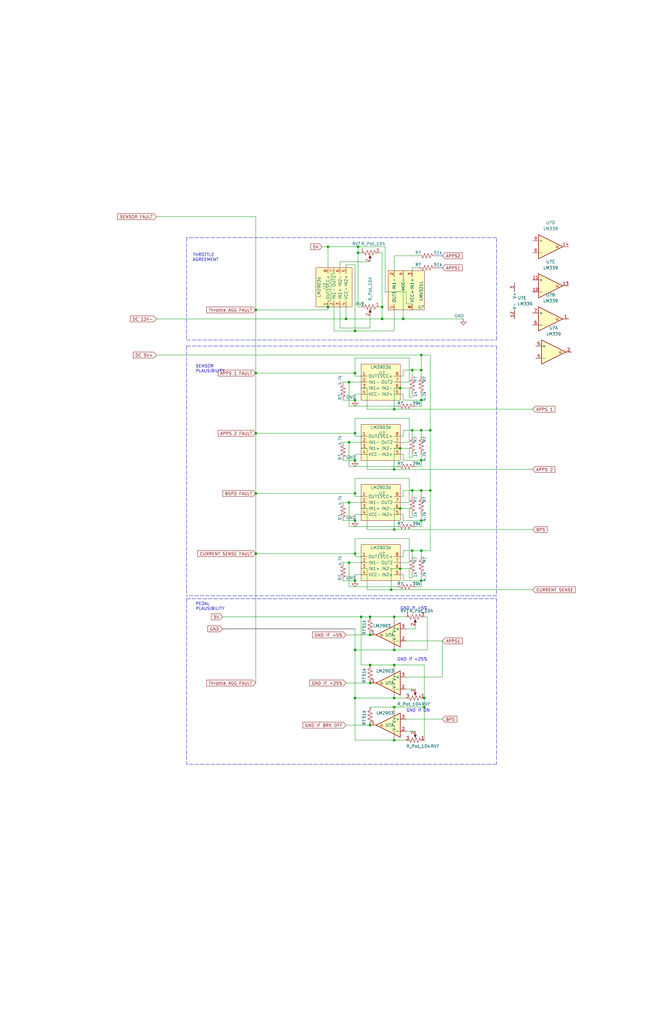
<source format=kicad_sch>
(kicad_sch (version 20211123) (generator eeschema)
  (paper "B" portrait)
  (lib_symbols
    (symbol "Comparator:LM339" (pin_names (offset 0.127))
      (property "Reference" "U" (at 0 5.08 0))
      (property "Value" "LM339" (at 0 -5.08 0))
      (symbol "LM339_1_1"
        (polyline (pts (xy -5.08 5.08) (xy 5.08 0) (xy -5.08 -5.08) (xy -5.08 5.08)) (stroke (width 0.254)) (fill (type background)))
        (polyline (pts (xy 3.302 -0.508) (xy 2.794 -0.508) (xy 3.302 0) (xy 2.794 0.508) (xy 2.286 0) (xy 2.794 -0.508) (xy 2.286 -0.508)) (stroke (width 0.127)))
        (pin open_collector line (at 7.62 0 180) (length 2.54) (name "~") (number "2"))
        (pin input line (at -7.62 -2.54 0) (length 2.54) (name "-") (number "4"))
        (pin input line (at -7.62 2.54 0) (length 2.54) (name "+") (number "5"))
      )
      (symbol "LM339_2_1"
        (polyline (pts (xy -5.08 5.08) (xy 5.08 0) (xy -5.08 -5.08) (xy -5.08 5.08)) (stroke (width 0.254)) (fill (type background)))
        (polyline (pts (xy 3.302 -0.508) (xy 2.794 -0.508) (xy 3.302 0) (xy 2.794 0.508) (xy 2.286 0) (xy 2.794 -0.508) (xy 2.286 -0.508)) (stroke (width 0.127)))
        (pin open_collector line (at 7.62 0 180) (length 2.54) (name "~") (number "1"))
        (pin input line (at -7.62 -2.54 0) (length 2.54) (name "-") (number "6"))
        (pin input line (at -7.62 2.54 0) (length 2.54) (name "+") (number "7"))
      )
      (symbol "LM339_3_1"
        (polyline (pts (xy -5.08 5.08) (xy 5.08 0) (xy -5.08 -5.08) (xy -5.08 5.08)) (stroke (width 0.254)) (fill (type background)))
        (polyline (pts (xy 3.302 -0.508) (xy 2.794 -0.508) (xy 3.302 0) (xy 2.794 0.508) (xy 2.286 0) (xy 2.794 -0.508) (xy 2.286 -0.508)) (stroke (width 0.127)))
        (pin input line (at -7.62 -2.54 0) (length 2.54) (name "-") (number "10"))
        (pin input line (at -7.62 2.54 0) (length 2.54) (name "+") (number "11"))
        (pin open_collector line (at 7.62 0 180) (length 2.54) (name "~") (number "13"))
      )
      (symbol "LM339_4_1"
        (polyline (pts (xy -5.08 5.08) (xy 5.08 0) (xy -5.08 -5.08) (xy -5.08 5.08)) (stroke (width 0.254)) (fill (type background)))
        (polyline (pts (xy 3.302 -0.508) (xy 2.794 -0.508) (xy 3.302 0) (xy 2.794 0.508) (xy 2.286 0) (xy 2.794 -0.508) (xy 2.286 -0.508)) (stroke (width 0.127)))
        (pin open_collector line (at 7.62 0 180) (length 2.54) (name "~") (number "14"))
        (pin input line (at -7.62 -2.54 0) (length 2.54) (name "-") (number "8"))
        (pin input line (at -7.62 2.54 0) (length 2.54) (name "+") (number "9"))
      )
      (symbol "LM339_5_1"
        (pin power_in line (at -2.54 -7.62 90) (length 3.81) (name "V-") (number "12"))
        (pin power_in line (at -2.54 7.62 270) (length 3.81) (name "V+") (number "3"))
      )
    )
    (symbol "Device:R_Potentiometer_US" (pin_names (offset 1.016) hide)
      (property "Reference" "RV" (at -4.445 0 90))
      (property "Value" "R_Potentiometer_US" (at -2.54 0 90))
      (symbol "R_Potentiometer_US_0_1"
        (polyline (pts (xy 0 -2.286) (xy 0 -2.54)))
        (polyline (pts (xy 0 2.54) (xy 0 2.286)))
        (polyline (pts (xy 2.54 0) (xy 1.524 0)))
        (polyline (pts (xy 1.143 0) (xy 2.286 0.508) (xy 2.286 -0.508) (xy 1.143 0)) (fill (type outline)))
        (polyline (pts (xy 0 -0.762) (xy 1.016 -1.143) (xy 0 -1.524) (xy -1.016 -1.905) (xy 0 -2.286)))
        (polyline (pts (xy 0 0.762) (xy 1.016 0.381) (xy 0 0) (xy -1.016 -0.381) (xy 0 -0.762)))
        (polyline (pts (xy 0 2.286) (xy 1.016 1.905) (xy 0 1.524) (xy -1.016 1.143) (xy 0 0.762)))
      )
      (symbol "R_Potentiometer_US_1_1"
        (pin passive line (at 0 3.81 270) (length 1.27) (name "1") (number "1"))
        (pin passive line (at 3.81 0 180) (length 1.27) (name "2") (number "2"))
        (pin passive line (at 0 -3.81 90) (length 1.27) (name "3") (number "3"))
      )
    )
    (symbol "Device:R_US" (pin_numbers hide) (pin_names (offset 0))
      (property "Reference" "R" (at 2.54 0 90))
      (property "Value" "R_US" (at -2.54 0 90))
      (symbol "R_US_0_1"
        (polyline (pts (xy 0 -2.286) (xy 0 -2.54)))
        (polyline (pts (xy 0 2.286) (xy 0 2.54)))
        (polyline (pts (xy 0 -0.762) (xy 1.016 -1.143) (xy 0 -1.524) (xy -1.016 -1.905) (xy 0 -2.286)))
        (polyline (pts (xy 0 0.762) (xy 1.016 0.381) (xy 0 0) (xy -1.016 -0.381) (xy 0 -0.762)))
        (polyline (pts (xy 0 2.286) (xy 1.016 1.905) (xy 0 1.524) (xy -1.016 1.143) (xy 0 0.762)))
      )
      (symbol "R_US_1_1"
        (pin passive line (at 0 3.81 270) (length 1.27) (name "~") (number "1"))
        (pin passive line (at 0 -3.81 90) (length 1.27) (name "~") (number "2"))
      )
    )
    (symbol "FSAE DMS-23 Components:LM2903" (pin_names (offset 0.127))
      (property "Reference" "U" (at 3.81 3.81 0))
      (property "Value" "LM2903" (at 6.35 -3.81 0))
      (symbol "LM2903_0_0"
        (text "" (at -2.54 -5.08 0) (effects (font (size 1.27 1.27))))
      )
      (symbol "LM2903_1_1"
        (polyline (pts (xy -5.08 5.08) (xy 5.08 0) (xy -5.08 -5.08) (xy -5.08 5.08)) (stroke (width 0.254)) (fill (type background)))
        (polyline (pts (xy 3.302 -0.508) (xy 2.794 -0.508) (xy 3.302 0) (xy 2.794 0.508) (xy 2.286 0) (xy 2.794 -0.508) (xy 2.286 -0.508)) (stroke (width 0.127)))
        (pin input line (at -2.54 6.35 270) (length 2.54) (name "V+") (number ""))
        (pin input line (at -2.54 -5.08 90) (length 2.54) (name "V-") (number ""))
        (pin open_collector line (at 7.62 0 180) (length 2.54) (name "~") (number "1"))
        (pin input line (at -7.62 -2.54 0) (length 2.54) (name "-") (number "2"))
        (pin input line (at -7.62 2.54 0) (length 2.54) (name "+") (number "3"))
      )
      (symbol "LM2903_2_1"
        (polyline (pts (xy -5.08 5.08) (xy 5.08 0) (xy -5.08 -5.08) (xy -5.08 5.08)) (stroke (width 0.254)) (fill (type background)))
        (polyline (pts (xy 3.302 -0.508) (xy 2.794 -0.508) (xy 3.302 0) (xy 2.794 0.508) (xy 2.286 0) (xy 2.794 -0.508) (xy 2.286 -0.508)) (stroke (width 0.127)))
        (pin input line (at -7.62 2.54 0) (length 2.54) (name "+") (number "5"))
        (pin input line (at -7.62 -2.54 0) (length 2.54) (name "-") (number "6"))
        (pin open_collector line (at 7.62 0 180) (length 2.54) (name "~") (number "7"))
      )
      (symbol "LM2903_3_1"
        (pin power_in line (at -2.54 -7.62 90) (length 3.81) (name "V-") (number "4"))
        (pin power_in line (at -2.54 7.62 270) (length 3.81) (name "V+") (number "8"))
      )
    )
    (symbol "FSAE DMS-23 Components:LMV321L"
      (property "Reference" "U" (at 1.27 -1.27 0))
      (property "Value" "LMV321L" (at 2.54 5.08 0))
      (symbol "LMV321L_0_0"
        (text "" (at -5.08 -3.81 0) (effects (font (size 1.27 1.27))))
        (text "" (at -5.08 2.54 0) (effects (font (size 1.27 1.27))))
        (text "" (at 10.16 -3.81 0) (effects (font (size 1.27 1.27))))
        (text "" (at 10.16 2.54 0) (effects (font (size 1.27 1.27))))
      )
      (symbol "LMV321L_0_1"
        (rectangle (start -6.35 -8.89) (end 10.16 6.35) (fill (type background)))
      )
      (symbol "LMV321L_1_1"
        (pin input line (at 10.16 -6.35 180) (length 2.54) (name "OUT1") (number "1"))
        (pin input line (at -6.35 -6.35 0) (length 2.54) (name "IN1-") (number "2"))
        (pin input line (at -6.35 1.27 0) (length 2.54) (name "IN1+") (number "3"))
        (pin input line (at -6.35 -2.54 0) (length 2.54) (name "VCC-") (number "4"))
        (pin input line (at 10.16 1.27 180) (length 2.54) (name "VCC+") (number "8"))
      )
    )
    (symbol "LM2903d_1"
      (property "Reference" "U" (at -6.35 7.62 0))
      (property "Value" "LM2903d_1" (at 0 6.35 0))
      (symbol "LM2903d_1_0_0"
        (text "" (at -8.89 -1.27 0) (effects (font (size 1.27 1.27))))
        (text "" (at -8.89 5.08 0) (effects (font (size 1.27 1.27))))
        (text "" (at 6.35 -1.27 0) (effects (font (size 1.27 1.27))))
        (text "" (at 6.35 5.08 0) (effects (font (size 1.27 1.27))))
      )
      (symbol "LM2903d_1_0_1"
        (rectangle (start -8.89 8.89) (end 7.62 -6.35) (fill (type background)))
      )
      (symbol "LM2903d_1_1_1"
        (pin input line (at -8.89 3.81 0) (length 2.54) (name "OUT1") (number "1"))
        (pin input line (at -8.89 1.27 0) (length 2.54) (name "IN1-") (number "2"))
        (pin input line (at -8.89 -1.27 0) (length 2.54) (name "IN1+") (number "3"))
        (pin input line (at -8.89 -3.81 0) (length 2.54) (name "VCC-") (number "4"))
        (pin input line (at 7.62 -3.81 180) (length 2.54) (name "IN2+") (number "5"))
        (pin input line (at 7.62 -1.27 180) (length 2.54) (name "IN2-") (number "6"))
        (pin input line (at 7.62 1.27 180) (length 2.54) (name "OUT2") (number "7"))
        (pin input line (at 7.62 3.81 180) (length 2.54) (name "VCC+") (number "8"))
      )
    )
    (symbol "power:GND" (power) (pin_names (offset 0))
      (property "Value" "GND" (at 0 -3.81 0))
      (symbol "GND_0_1"
        (polyline (pts (xy 0 0) (xy 0 -1.27) (xy 1.27 -1.27) (xy 0 -2.54) (xy -1.27 -1.27) (xy 0 -1.27)))
      )
      (symbol "GND_1_1"
        (pin power_in line (at 0 0 270) (length 0) hide (name "GND") (number "1"))
      )
    )
  )
  (junction (at 152.4 260.35))
  (junction (at 149.86 208.28))
  (junction (at 177.8 245.11))
  (junction (at 181.61 207.01))
  (junction (at 147.32 237.49))
  (junction (at 107.95 208.28))
  (junction (at 168.91 189.23))
  (junction (at 107.95 130.81))
  (junction (at 156.21 306.07))
  (junction (at 173.99 156.21))
  (junction (at 177.8 194.31))
  (junction (at 138.43 104.14))
  (junction (at 107.95 233.68))
  (junction (at 161.29 129.54))
  (junction (at 107.95 182.88))
  (junction (at 149.86 139.7))
  (junction (at 156.21 267.97))
  (junction (at 166.37 172.72))
  (junction (at 149.86 233.68))
  (junction (at 149.86 168.91))
  (junction (at 156.21 260.35))
  (junction (at 149.86 294.64))
  (junction (at 107.95 157.48))
  (junction (at 179.07 294.64))
  (junction (at 147.32 161.29))
  (junction (at 166.37 280.67))
  (junction (at 151.13 104.14))
  (junction (at 173.99 207.01))
  (junction (at 173.99 232.41))
  (junction (at 147.32 186.69))
  (junction (at 177.8 181.61))
  (junction (at 166.37 198.12))
  (junction (at 166.37 223.52))
  (junction (at 177.8 156.21))
  (junction (at 168.91 214.63))
  (junction (at 177.8 207.01))
  (junction (at 156.21 280.67))
  (junction (at 166.37 312.42))
  (junction (at 166.37 274.32))
  (junction (at 138.43 129.54))
  (junction (at 179.07 298.45))
  (junction (at 161.29 134.62))
  (junction (at 156.21 288.29))
  (junction (at 151.13 106.68))
  (junction (at 147.32 212.09))
  (junction (at 170.18 134.62))
  (junction (at 149.86 157.48))
  (junction (at 149.86 194.31))
  (junction (at 166.37 260.35))
  (junction (at 168.91 240.03))
  (junction (at 149.86 274.32))
  (junction (at 177.8 232.41))
  (junction (at 166.37 298.45))
  (junction (at 177.8 149.86))
  (junction (at 168.91 163.83))
  (junction (at 149.86 219.71))
  (junction (at 149.86 245.11))
  (junction (at 146.05 134.62))
  (junction (at 177.8 219.71))
  (junction (at 149.86 182.88))
  (junction (at 181.61 181.61))
  (junction (at 177.8 168.91))
  (junction (at 173.99 181.61))
  (junction (at 165.1 248.92))
  (junction (at 166.37 294.64))
  (wire (pts (xy 166.37 294.64) (xy 171.45 294.64)))
  (wire (pts (xy 149.86 294.64) (xy 166.37 294.64)))
  (wire (pts (xy 149.86 176.53) (xy 149.86 182.88)))
  (wire (pts (xy 166.37 312.42) (xy 171.45 312.42)))
  (wire (pts (xy 166.37 298.45) (xy 166.37 299.72)))
  (wire (pts (xy 149.86 312.42) (xy 166.37 312.42)))
  (wire (pts (xy 161.29 129.54) (xy 161.29 134.62)))
  (wire (pts (xy 149.86 166.37) (xy 149.86 168.91)))
  (wire (pts (xy 149.86 151.13) (xy 172.72 151.13)))
  (wire (pts (xy 166.37 198.12) (xy 166.37 189.23)))
  (wire (pts (xy 138.43 104.14) (xy 151.13 104.14)))
  (wire (pts (xy 166.37 274.32) (xy 180.34 274.32)))
  (wire (pts (xy 149.86 111.76) (xy 146.05 111.76)))
  (wire (pts (xy 166.37 163.83) (xy 168.91 163.83)))
  (wire (pts (xy 170.18 194.31) (xy 177.8 194.31)))
  (wire (pts (xy 177.8 247.65) (xy 175.26 247.65)))
  (wire (pts (xy 166.37 280.67) (xy 166.37 281.94)))
  (wire (pts (xy 151.13 106.68) (xy 151.13 129.54)))
  (wire (pts (xy 161.29 134.62) (xy 146.05 134.62)))
  (wire (pts (xy 170.18 166.37) (xy 170.18 168.91)))
  (wire (pts (xy 66.04 149.86) (xy 177.8 149.86)))
  (wire (pts (xy 186.69 303.53) (xy 171.45 303.53)))
  (wire (pts (xy 147.32 161.29) (xy 147.32 171.45)))
  (polyline (pts (xy 209.55 100.33) (xy 78.74 100.33)))
  (wire (pts (xy 93.98 260.35) (xy 152.4 260.35)))
  (wire (pts (xy 177.8 168.91) (xy 177.8 166.37)))
  (wire (pts (xy 149.86 209.55) (xy 152.4 209.55)))
  (wire (pts (xy 149.86 242.57) (xy 149.86 245.11)))
  (wire (pts (xy 147.32 186.69) (xy 147.32 196.85)))
  (wire (pts (xy 177.8 194.31) (xy 177.8 191.77)))
  (wire (pts (xy 149.86 184.15) (xy 152.4 184.15)))
  (wire (pts (xy 149.86 227.33) (xy 172.72 227.33)))
  (wire (pts (xy 156.21 298.45) (xy 166.37 298.45)))
  (wire (pts (xy 168.91 240.03) (xy 172.72 240.03)))
  (wire (pts (xy 146.05 134.62) (xy 146.05 129.54)))
  (wire (pts (xy 171.45 265.43) (xy 175.26 265.43)))
  (wire (pts (xy 170.18 114.3) (xy 170.18 134.62)))
  (polyline (pts (xy 209.55 252.73) (xy 209.55 322.58)))
  (wire (pts (xy 170.18 242.57) (xy 170.18 245.11)))
  (wire (pts (xy 138.43 130.81) (xy 138.43 129.54)))
  (wire (pts (xy 139.7 127) (xy 139.7 115.57)))
  (wire (pts (xy 162.56 123.19) (xy 162.56 104.14)))
  (wire (pts (xy 170.18 184.15) (xy 170.18 181.61)))
  (wire (pts (xy 152.4 217.17) (xy 149.86 217.17)))
  (wire (pts (xy 151.13 106.68) (xy 151.13 104.14)))
  (wire (pts (xy 172.72 167.64) (xy 172.72 163.83)))
  (wire (pts (xy 154.94 214.63) (xy 152.4 214.63)))
  (wire (pts (xy 166.37 107.95) (xy 166.37 114.3)))
  (wire (pts (xy 135.89 104.14) (xy 138.43 104.14)))
  (wire (pts (xy 168.91 214.63) (xy 172.72 214.63)))
  (wire (pts (xy 180.34 260.35) (xy 180.34 274.32)))
  (wire (pts (xy 179.07 298.45) (xy 166.37 298.45)))
  (wire (pts (xy 149.86 158.75) (xy 152.4 158.75)))
  (wire (pts (xy 166.37 214.63) (xy 168.91 214.63)))
  (wire (pts (xy 168.91 166.37) (xy 170.18 166.37)))
  (wire (pts (xy 177.8 181.61) (xy 177.8 184.15)))
  (wire (pts (xy 177.8 207.01) (xy 177.8 209.55)))
  (wire (pts (xy 166.37 260.35) (xy 166.37 261.62)))
  (wire (pts (xy 151.13 129.54) (xy 152.4 129.54)))
  (wire (pts (xy 149.86 209.55) (xy 149.86 208.28)))
  (wire (pts (xy 147.32 237.49) (xy 144.78 237.49)))
  (wire (pts (xy 181.61 207.01) (xy 177.8 207.01)))
  (wire (pts (xy 181.61 181.61) (xy 181.61 207.01)))
  (wire (pts (xy 144.78 168.91) (xy 149.86 168.91)))
  (wire (pts (xy 173.99 243.84) (xy 172.72 243.84)))
  (wire (pts (xy 177.8 222.25) (xy 177.8 219.71)))
  (wire (pts (xy 166.37 130.81) (xy 166.37 139.7)))
  (polyline (pts (xy 78.74 252.73) (xy 209.55 252.73)))
  (wire (pts (xy 149.86 191.77) (xy 149.86 194.31)))
  (wire (pts (xy 173.99 218.44) (xy 172.72 218.44)))
  (wire (pts (xy 173.99 193.04) (xy 172.72 193.04)))
  (wire (pts (xy 149.86 176.53) (xy 172.72 176.53)))
  (wire (pts (xy 143.51 110.49) (xy 143.51 113.03)))
  (wire (pts (xy 147.32 186.69) (xy 152.4 186.69)))
  (wire (pts (xy 147.32 171.45) (xy 167.64 171.45)))
  (wire (pts (xy 166.37 223.52) (xy 166.37 214.63)))
  (wire (pts (xy 152.4 260.35) (xy 156.21 260.35)))
  (wire (pts (xy 172.72 186.69) (xy 168.91 186.69)))
  (wire (pts (xy 143.51 138.43) (xy 156.21 138.43)))
  (wire (pts (xy 147.32 222.25) (xy 167.64 222.25)))
  (wire (pts (xy 170.18 217.17) (xy 170.18 219.71)))
  (polyline (pts (xy 78.74 252.73) (xy 78.74 322.58)))
  (wire (pts (xy 161.29 129.54) (xy 160.02 129.54)))
  (wire (pts (xy 149.86 201.93) (xy 172.72 201.93)))
  (wire (pts (xy 168.91 163.83) (xy 172.72 163.83)))
  (wire (pts (xy 168.91 234.95) (xy 170.18 234.95)))
  (wire (pts (xy 168.91 217.17) (xy 170.18 217.17)))
  (wire (pts (xy 149.86 274.32) (xy 149.86 265.43)))
  (wire (pts (xy 140.97 115.57) (xy 140.97 113.03)))
  (wire (pts (xy 149.86 201.93) (xy 149.86 208.28)))
  (wire (pts (xy 173.99 207.01) (xy 170.18 207.01)))
  (wire (pts (xy 186.69 107.95) (xy 184.15 107.95)) (stroke (width 0) (color 0 0 255 1)))
  (wire (pts (xy 177.8 219.71) (xy 177.8 217.17)))
  (wire (pts (xy 176.53 113.03) (xy 173.99 113.03)))
  (wire (pts (xy 170.18 245.11) (xy 177.8 245.11)))
  (wire (pts (xy 168.91 242.57) (xy 170.18 242.57)))
  (wire (pts (xy 166.37 294.64) (xy 166.37 293.37)))
  (wire (pts (xy 166.37 172.72) (xy 166.37 163.83)))
  (wire (pts (xy 138.43 127) (xy 139.7 127)))
  (wire (pts (xy 173.99 156.21) (xy 177.8 156.21)))
  (wire (pts (xy 173.99 156.21) (xy 170.18 156.21)))
  (polyline (pts (xy 209.55 143.51) (xy 209.55 100.33)))
  (wire (pts (xy 173.99 217.17) (xy 173.99 218.44)))
  (wire (pts (xy 177.8 232.41) (xy 177.8 234.95)))
  (wire (pts (xy 173.99 234.95) (xy 173.99 232.41)))
  (wire (pts (xy 166.37 274.32) (xy 149.86 274.32)))
  (wire (pts (xy 154.94 223.52) (xy 166.37 223.52)))
  (wire (pts (xy 149.86 234.95) (xy 149.86 233.68)))
  (wire (pts (xy 149.86 227.33) (xy 149.86 233.68)))
  (polyline (pts (xy 78.74 143.51) (xy 209.55 143.51)))
  (wire (pts (xy 168.91 191.77) (xy 170.18 191.77)))
  (wire (pts (xy 149.86 151.13) (xy 149.86 157.48)))
  (wire (pts (xy 173.99 158.75) (xy 173.99 156.21)))
  (wire (pts (xy 177.8 247.65) (xy 177.8 245.11)))
  (wire (pts (xy 168.91 209.55) (xy 170.18 209.55)))
  (wire (pts (xy 154.94 163.83) (xy 152.4 163.83)))
  (wire (pts (xy 138.43 104.14) (xy 138.43 113.03)))
  (wire (pts (xy 172.72 212.09) (xy 168.91 212.09)))
  (wire (pts (xy 152.4 166.37) (xy 149.86 166.37)))
  (wire (pts (xy 173.99 181.61) (xy 177.8 181.61)))
  (wire (pts (xy 171.45 285.75) (xy 186.69 285.75)))
  (wire (pts (xy 66.04 134.62) (xy 146.05 134.62)))
  (wire (pts (xy 107.95 208.28) (xy 149.86 208.28)))
  (wire (pts (xy 166.37 223.52) (xy 224.79 223.52)))
  (wire (pts (xy 146.05 288.29) (xy 156.21 288.29)))
  (wire (pts (xy 173.99 166.37) (xy 173.99 167.64)))
  (wire (pts (xy 107.95 233.68) (xy 107.95 208.28)))
  (wire (pts (xy 149.86 111.76) (xy 149.86 139.7)))
  (wire (pts (xy 171.45 270.51) (xy 186.69 270.51)))
  (wire (pts (xy 151.13 106.68) (xy 152.4 106.68)))
  (wire (pts (xy 177.8 149.86) (xy 177.8 156.21)))
  (wire (pts (xy 177.8 171.45) (xy 177.8 168.91)))
  (wire (pts (xy 181.61 207.01) (xy 181.61 232.41)))
  (wire (pts (xy 173.99 209.55) (xy 173.99 207.01)))
  (wire (pts (xy 149.86 139.7) (xy 140.97 139.7)))
  (wire (pts (xy 166.37 274.32) (xy 166.37 273.05)))
  (wire (pts (xy 172.72 237.49) (xy 172.72 227.33)))
  (wire (pts (xy 107.95 130.81) (xy 107.95 91.44)))
  (wire (pts (xy 184.15 113.03) (xy 186.69 113.03)) (stroke (width 0) (color 0 0 255 1)))
  (wire (pts (xy 165.1 248.92) (xy 224.79 248.92)))
  (wire (pts (xy 173.99 128.27) (xy 171.45 128.27)))
  (wire (pts (xy 177.8 222.25) (xy 175.26 222.25)))
  (wire (pts (xy 107.95 233.68) (xy 149.86 233.68)))
  (wire (pts (xy 156.21 138.43) (xy 156.21 133.35)))
  (wire (pts (xy 144.78 219.71) (xy 149.86 219.71)))
  (wire (pts (xy 173.99 207.01) (xy 177.8 207.01)))
  (wire (pts (xy 154.94 198.12) (xy 166.37 198.12)))
  (wire (pts (xy 147.32 186.69) (xy 144.78 186.69)))
  (wire (pts (xy 149.86 184.15) (xy 149.86 182.88)))
  (wire (pts (xy 166.37 189.23) (xy 168.91 189.23)))
  (wire (pts (xy 177.8 149.86) (xy 181.61 149.86)))
  (wire (pts (xy 154.94 214.63) (xy 154.94 223.52)))
  (wire (pts (xy 143.51 110.49) (xy 156.21 110.49)))
  (wire (pts (xy 173.99 130.81) (xy 173.99 128.27)))
  (wire (pts (xy 172.72 186.69) (xy 172.72 176.53)))
  (wire (pts (xy 173.99 184.15) (xy 173.99 181.61)))
  (wire (pts (xy 149.86 217.17) (xy 149.86 219.71)))
  (wire (pts (xy 154.94 189.23) (xy 154.94 198.12)))
  (wire (pts (xy 172.72 161.29) (xy 172.72 151.13)))
  (wire (pts (xy 147.32 247.65) (xy 167.64 247.65)))
  (polyline (pts (xy 209.55 251.46) (xy 78.74 251.46)))
  (wire (pts (xy 154.94 248.92) (xy 165.1 248.92)))
  (wire (pts (xy 173.99 232.41) (xy 170.18 232.41)))
  (wire (pts (xy 171.45 123.19) (xy 162.56 123.19)))
  (wire (pts (xy 179.07 280.67) (xy 179.07 294.64)))
  (wire (pts (xy 154.94 163.83) (xy 154.94 172.72)))
  (polyline (pts (xy 78.74 100.33) (xy 78.74 143.51)))
  (wire (pts (xy 172.72 243.84) (xy 172.72 240.03)))
  (wire (pts (xy 107.95 130.81) (xy 138.43 130.81)))
  (wire (pts (xy 166.37 260.35) (xy 171.45 260.35)))
  (wire (pts (xy 177.8 156.21) (xy 177.8 158.75)))
  (wire (pts (xy 170.18 191.77) (xy 170.18 194.31)))
  (wire (pts (xy 154.94 240.03) (xy 152.4 240.03)))
  (wire (pts (xy 176.53 107.95) (xy 166.37 107.95)))
  (wire (pts (xy 146.05 306.07) (xy 156.21 306.07)))
  (wire (pts (xy 175.26 290.83) (xy 171.45 290.83)))
  (wire (pts (xy 149.86 158.75) (xy 149.86 157.48)))
  (wire (pts (xy 66.04 91.44) (xy 107.95 91.44)))
  (wire (pts (xy 172.72 218.44) (xy 172.72 214.63)))
  (wire (pts (xy 147.32 212.09) (xy 152.4 212.09)))
  (wire (pts (xy 170.18 168.91) (xy 177.8 168.91)))
  (wire (pts (xy 172.72 212.09) (xy 172.72 201.93)))
  (wire (pts (xy 143.51 138.43) (xy 143.51 129.54)))
  (wire (pts (xy 173.99 242.57) (xy 173.99 243.84)))
  (wire (pts (xy 177.8 196.85) (xy 175.26 196.85)))
  (wire (pts (xy 147.32 161.29) (xy 152.4 161.29)))
  (wire (pts (xy 165.1 248.92) (xy 165.1 240.03)))
  (wire (pts (xy 170.18 234.95) (xy 170.18 232.41)))
  (wire (pts (xy 186.69 270.51) (xy 186.69 285.75)))
  (wire (pts (xy 152.4 191.77) (xy 149.86 191.77)))
  (wire (pts (xy 161.29 106.68) (xy 161.29 129.54)))
  (wire (pts (xy 177.8 196.85) (xy 177.8 194.31)))
  (polyline (pts (xy 78.74 146.05) (xy 209.55 146.05)))
  (wire (pts (xy 173.99 191.77) (xy 173.99 193.04)))
  (wire (pts (xy 146.05 267.97) (xy 156.21 267.97)))
  (wire (pts (xy 171.45 128.27) (xy 171.45 123.19)))
  (wire (pts (xy 170.18 209.55) (xy 170.18 207.01)))
  (wire (pts (xy 140.97 139.7) (xy 140.97 129.54)))
  (wire (pts (xy 156.21 260.35) (xy 166.37 260.35)))
  (wire (pts (xy 165.1 240.03) (xy 168.91 240.03)))
  (wire (pts (xy 147.32 237.49) (xy 152.4 237.49)))
  (wire (pts (xy 179.07 294.64) (xy 179.07 298.45)))
  (wire (pts (xy 152.4 242.57) (xy 149.86 242.57)))
  (wire (pts (xy 107.95 157.48) (xy 149.86 157.48)))
  (wire (pts (xy 166.37 312.42) (xy 166.37 311.15)))
  (wire (pts (xy 152.4 260.35) (xy 152.4 280.67)))
  (wire (pts (xy 147.32 212.09) (xy 144.78 212.09)))
  (wire (pts (xy 107.95 157.48) (xy 107.95 130.81)))
  (wire (pts (xy 144.78 194.31) (xy 149.86 194.31)))
  (wire (pts (xy 149.86 274.32) (xy 149.86 294.64)))
  (wire (pts (xy 181.61 181.61) (xy 177.8 181.61)))
  (wire (pts (xy 179.07 298.45) (xy 179.07 312.42)))
  (wire (pts (xy 154.94 172.72) (xy 166.37 172.72)))
  (wire (pts (xy 177.8 245.11) (xy 177.8 242.57)))
  (polyline (pts (xy 78.74 146.05) (xy 78.74 251.46)))
  (wire (pts (xy 151.13 104.14) (xy 162.56 104.14)))
  (wire (pts (xy 139.7 115.57) (xy 140.97 115.57)))
  (wire (pts (xy 166.37 280.67) (xy 179.07 280.67)))
  (wire (pts (xy 168.91 158.75) (xy 170.18 158.75)))
  (wire (pts (xy 149.86 294.64) (xy 149.86 312.42)))
  (wire (pts (xy 147.32 237.49) (xy 147.32 247.65)))
  (wire (pts (xy 172.72 193.04) (xy 172.72 189.23)))
  (wire (pts (xy 171.45 308.61) (xy 175.26 308.61)))
  (wire (pts (xy 149.86 139.7) (xy 166.37 139.7)))
  (wire (pts (xy 179.07 260.35) (xy 180.34 260.35)))
  (wire (pts (xy 107.95 182.88) (xy 149.86 182.88)))
  (wire (pts (xy 173.99 232.41) (xy 177.8 232.41)))
  (wire (pts (xy 107.95 288.29) (xy 107.95 233.68)))
  (wire (pts (xy 154.94 189.23) (xy 152.4 189.23)))
  (wire (pts (xy 172.72 237.49) (xy 168.91 237.49)))
  (polyline (pts (xy 209.55 146.05) (xy 209.55 251.46)))
  (wire (pts (xy 173.99 181.61) (xy 170.18 181.61)))
  (wire (pts (xy 168.91 184.15) (xy 170.18 184.15)))
  (wire (pts (xy 175.26 264.16) (xy 175.26 265.43)))
  (wire (pts (xy 173.99 167.64) (xy 172.72 167.64)))
  (wire (pts (xy 147.32 196.85) (xy 167.64 196.85)))
  (wire (pts (xy 181.61 149.86) (xy 181.61 181.61)))
  (wire (pts (xy 170.18 219.71) (xy 177.8 219.71)))
  (wire (pts (xy 147.32 212.09) (xy 147.32 222.25)))
  (wire (pts (xy 195.58 134.62) (xy 170.18 134.62)))
  (wire (pts (xy 154.94 240.03) (xy 154.94 248.92)))
  (wire (pts (xy 144.78 245.11) (xy 149.86 245.11)))
  (wire (pts (xy 172.72 161.29) (xy 168.91 161.29)))
  (wire (pts (xy 166.37 172.72) (xy 224.79 172.72)))
  (wire (pts (xy 147.32 161.29) (xy 144.78 161.29)))
  (wire (pts (xy 149.86 234.95) (xy 152.4 234.95)))
  (wire (pts (xy 138.43 129.54) (xy 138.43 127)))
  (wire (pts (xy 170.18 158.75) (xy 170.18 156.21)))
  (polyline (pts (xy 209.55 322.58) (xy 78.74 322.58)))
  (wire (pts (xy 107.95 182.88) (xy 107.95 157.48)))
  (wire (pts (xy 173.99 113.03) (xy 173.99 114.3)))
  (wire (pts (xy 149.86 265.43) (xy 93.98 265.43)) (stroke (width 0) (color 0 0 0 1)))
  (wire (pts (xy 177.8 171.45) (xy 175.26 171.45)))
  (wire (pts (xy 107.95 208.28) (xy 107.95 182.88)))
  (wire (pts (xy 181.61 232.41) (xy 177.8 232.41)))
  (wire (pts (xy 161.29 106.68) (xy 160.02 106.68)))
  (wire (pts (xy 152.4 280.67) (xy 156.21 280.67)))
  (wire (pts (xy 166.37 198.12) (xy 224.79 198.12)))
  (wire (pts (xy 156.21 280.67) (xy 166.37 280.67)))
  (wire (pts (xy 168.91 189.23) (xy 172.72 189.23)))
  (wire (pts (xy 146.05 111.76) (xy 146.05 113.03)))
  (wire (pts (xy 161.29 134.62) (xy 170.18 134.62)))
  (text "GND if >5%" (at 168.91 257.556 0) (effects (font (size 1.27 1.27)) (justify left bottom)))
  (text "SENSOR\nPLAUSIBILITY\n" (at 82.55 157.48 0) (effects (font (size 1.27 1.27)) (justify left bottom)))
  (text "PEDAL\nPLAUSIBILITY" (at 82.55 257.81 0) (effects (font (size 1.27 1.27)) (justify left bottom)))
  (text "THROTTLE\nAGREEMENT" (at 81.28 110.49 0) (effects (font (size 1.27 1.27)) (justify left bottom)))
  (text "GND if <25%" (at 167.64 279.146 0) (effects (font (size 1.27 1.27)) (justify left bottom)))
  (text "GND if ON" (at 171.45 300.736 0) (effects (font (size 1.27 1.27)) (justify left bottom)))
  (global_label "APPS 1" (shape input) (at 224.79 172.72 0) (property "Intersheet References" "${INTERSHEET_REFS}" (effects hide)))
  (global_label "BPS" (shape input) (at 186.69 303.53 0) (property "Intersheet References" "${INTERSHEET_REFS}" (effects hide)))
  (global_label "GND" (shape input) (at 93.98 265.43 180) (property "Intersheet References" "${INTERSHEET_REFS}" (effects hide)))
  (global_label "DC 12V-" (shape input) (at 66.04 134.62 180) (property "Intersheet References" "${INTERSHEET_REFS}" (effects hide)))
  (global_label "GND IF BRK OFF" (shape input) (at 146.05 306.07 180) (property "Intersheet References" "${INTERSHEET_REFS}" (effects hide)))
  (global_label "APPS 2" (shape input) (at 224.79 198.12 0) (property "Intersheet References" "${INTERSHEET_REFS}" (effects hide)))
  (global_label "GND IF >5%" (shape input) (at 146.05 267.97 180) (property "Intersheet References" "${INTERSHEET_REFS}" (effects hide)))
  (global_label "5V" (shape input) (at 93.98 260.35 180) (property "Intersheet References" "${INTERSHEET_REFS}" (effects hide)))
  (global_label "CURRENT SENSE" (shape input) (at 224.79 248.92 0) (property "Intersheet References" "${INTERSHEET_REFS}" (effects hide)))
  (global_label "SENSOR FAULT" (shape input) (at 66.04 91.44 180) (property "Intersheet References" "${INTERSHEET_REFS}" (effects hide)))
  (global_label "BSPD FAULT" (shape input) (at 107.95 208.28 180) (property "Intersheet References" "${INTERSHEET_REFS}" (effects hide)))
  (global_label "APPS 1 FAULT" (shape input) (at 107.95 157.48 180) (property "Intersheet References" "${INTERSHEET_REFS}" (effects hide)))
  (global_label "APPS1" (shape input) (at 186.69 113.03 0) (property "Intersheet References" "${INTERSHEET_REFS}" (effects hide)))
  (global_label "CURRENT SENSE FAULT" (shape input) (at 107.95 233.68 180) (property "Intersheet References" "${INTERSHEET_REFS}" (effects hide)))
  (global_label "Throttle AGG FAULT" (shape input) (at 107.95 288.29 180) (property "Intersheet References" "${INTERSHEET_REFS}" (effects hide)))
  (global_label "GND IF <25%" (shape input) (at 146.05 288.29 180) (property "Intersheet References" "${INTERSHEET_REFS}" (effects hide)))
  (global_label "DC 5V+" (shape input) (at 66.04 149.86 180) (property "Intersheet References" "${INTERSHEET_REFS}" (effects hide)))
  (global_label "APPS 2 FAULT" (shape input) (at 107.95 182.88 180) (property "Intersheet References" "${INTERSHEET_REFS}" (effects hide)))
  (global_label "Throttle AGG FAULT" (shape input) (at 107.95 130.81 180) (property "Intersheet References" "${INTERSHEET_REFS}" (effects hide)))
  (global_label "APPS1" (shape input) (at 186.69 270.51 0) (property "Intersheet References" "${INTERSHEET_REFS}" (effects hide)))
  (global_label "BPS" (shape input) (at 224.79 223.52 0) (property "Intersheet References" "${INTERSHEET_REFS}" (effects hide)))
  (global_label "5V" (shape input) (at 135.89 104.14 180) (property "Intersheet References" "${INTERSHEET_REFS}" (effects hide)))
  (global_label "APPS2" (shape input) (at 186.69 107.95 0) (property "Intersheet References" "${INTERSHEET_REFS}" (effects hide)))
  (symbol (lib_id "Device:R_Potentiometer_US") (at 156.21 106.68 90) (mirror x) (unit 1)
    (property "Reference" "RV?" (at 148.59 102.87 90) (effects (justify right)))
    (property "Value" "R_Pot_104" (at 152.4 102.87 90) (effects (justify right)))
    (property "Footprint" "New_BSPD:3296W-1-332LF (3.3k ohm potentiometer)" (effects hide))
  )
  (symbol (lib_name "LM2903d_1") (lib_id "FSAE DMS-23 Components:LM2903d") (at 161.29 162.56 0) (unit 1)
    (property "Reference" "U?" (at 162.56 157.48 0) (effects (justify right)))
    (property "Value" "LM2903d" (at 165.1 154.94 0) (effects (justify right)))
  )
  (symbol (lib_id "FSAE DMS-23 Components:LMV321L") (at 172.72 120.65 270) (unit 1)
    (property "Reference" "U?" (at 179.07 129.54 90) (effects (justify right)))
    (property "Value" "LMV321L" (at 177.8 127 0) (effects (justify right)))
  )
  (symbol (lib_id "FSAE DMS-23 Components:LM2903") (at 163.83 288.29 0) (mirror y) (unit 1)
    (property "Reference" "U?" (at 162.56 288.29 0) (effects (justify right)))
    (property "Value" "LM2903" (at 158.75 283.21 0) (effects (justify right)))
    (property "Datasheet" "http://www.ti.com/lit/ds/symlink/lm393.pdf" (effects hide))
  )
  (symbol (lib_name "LM2903d_1") (lib_id "FSAE DMS-23 Components:LM2903d") (at 142.24 120.65 90) (unit 1)
    (property "Reference" "U?" (at 137.16 119.38 0) (effects (justify right)))
    (property "Value" "LM2903d" (at 134.62 116.84 0) (effects (justify right)))
  )
  (symbol (lib_id "Device:R_US") (at 171.45 196.85 270) (mirror x) (unit 1)
    (property "Reference" "R?" (at 167.64 195.58 90) (effects (justify left)))
    (property "Value" "39k" (at 173.99 195.58 90) (effects (justify left)))
    (property "Footprint" "Resistor_THT:R_Axial_DIN0204_L3.6mm_D1.6mm_P5.08mm_Horizontal" (effects hide))
  )
  (symbol (lib_id "Device:R_US") (at 171.45 247.65 270) (mirror x) (unit 1)
    (property "Reference" "R?" (at 167.64 246.38 90) (effects (justify left)))
    (property "Value" "39k" (at 173.99 246.38 90) (effects (justify left)))
    (property "Footprint" "Resistor_THT:R_Axial_DIN0204_L3.6mm_D1.6mm_P5.08mm_Horizontal" (effects hide))
  )
  (symbol (lib_id "Device:R_US") (at 144.78 165.1 0) (mirror y) (unit 1)
    (property "Reference" "R?" (at 143.51 168.91 90) (effects (justify left)))
    (property "Value" "4.7k" (at 143.51 162.56 90) (effects (justify left)))
    (property "Footprint" "Resistor_THT:R_Axial_DIN0204_L3.6mm_D1.6mm_P5.08mm_Horizontal" (effects hide))
  )
  (symbol (lib_id "Device:R_Potentiometer_US") (at 175.26 294.64 270) (mirror x) (unit 1)
    (property "Reference" "RV?" (at 181.61 297.18 90) (effects (justify right)))
    (property "Value" "R_Pot_104" (at 177.8 297.18 90) (effects (justify right)))
    (property "Footprint" "New_BSPD:3296W-1-332LF (3.3k ohm potentiometer)" (effects hide))
  )
  (symbol (lib_id "Device:R_US") (at 173.99 187.96 0) (mirror x) (unit 1)
    (property "Reference" "R?" (at 175.26 184.15 90) (effects (justify left)))
    (property "Value" "1k" (at 175.26 190.5 90) (effects (justify left)))
    (property "Footprint" "Resistor_THT:R_Axial_DIN0204_L3.6mm_D1.6mm_P5.08mm_Horizontal" (effects hide))
  )
  (symbol (lib_name "LM2903d_1") (lib_id "FSAE DMS-23 Components:LM2903d") (at 161.29 213.36 0) (unit 1)
    (property "Reference" "U?" (at 162.56 208.28 0) (effects (justify right)))
    (property "Value" "LM2903d" (at 165.1 205.74 0) (effects (justify right)))
  )
  (symbol (lib_id "Device:R_US") (at 144.78 241.3 0) (mirror y) (unit 1)
    (property "Reference" "R?" (at 143.51 245.11 90) (effects (justify left)))
    (property "Value" "4.7k" (at 143.51 238.76 90) (effects (justify left)))
    (property "Footprint" "Resistor_THT:R_Axial_DIN0204_L3.6mm_D1.6mm_P5.08mm_Horizontal" (effects hide))
  )
  (symbol (lib_id "power:GND") (at 149.86 168.91 0) (unit 1)
    (property "Reference" "#PWR?" (effects hide))
    (property "Value" "GND" (at 146.05 167.64 0) (effects (justify left)))
  )
  (symbol (lib_id "Device:R_US") (at 173.99 162.56 0) (mirror x) (unit 1)
    (property "Reference" "R?" (at 175.26 158.75 90) (effects (justify left)))
    (property "Value" "1k" (at 175.26 165.1 90) (effects (justify left)))
    (property "Footprint" "Resistor_THT:R_Axial_DIN0204_L3.6mm_D1.6mm_P5.08mm_Horizontal" (effects hide))
  )
  (symbol (lib_id "FSAE DMS-23 Components:LM2903") (at 163.83 306.07 0) (mirror y) (unit 1)
    (property "Reference" "U?" (at 162.56 306.07 0) (effects (justify right)))
    (property "Value" "LM2903" (at 158.75 300.99 0) (effects (justify right)))
    (property "Datasheet" "http://www.ti.com/lit/ds/symlink/lm393.pdf" (effects hide))
  )
  (symbol (lib_id "FSAE DMS-23 Components:LM2903") (at 163.83 267.97 0) (mirror y) (unit 1)
    (property "Reference" "U?" (at 162.56 267.97 0) (effects (justify right)))
    (property "Value" "LM2903" (at 157.48 264.16 0) (effects (justify right)))
    (property "Datasheet" "http://www.ti.com/lit/ds/symlink/lm393.pdf" (effects hide))
  )
  (symbol (lib_id "power:GND") (at 149.86 219.71 0) (unit 1)
    (property "Reference" "#PWR?" (effects hide))
    (property "Value" "GND" (at 146.05 218.44 0) (effects (justify left)))
  )
  (symbol (lib_id "Device:R_US") (at 173.99 238.76 0) (mirror x) (unit 1)
    (property "Reference" "R?" (at 175.26 234.95 90) (effects (justify left)))
    (property "Value" "1k" (at 175.26 241.3 90) (effects (justify left)))
    (property "Footprint" "Resistor_THT:R_Axial_DIN0204_L3.6mm_D1.6mm_P5.08mm_Horizontal" (effects hide))
  )
  (symbol (lib_id "Device:R_US") (at 144.78 215.9 0) (mirror y) (unit 1)
    (property "Reference" "R?" (at 143.51 219.71 90) (effects (justify left)))
    (property "Value" "4.7k" (at 143.51 213.36 90) (effects (justify left)))
    (property "Footprint" "Resistor_THT:R_Axial_DIN0204_L3.6mm_D1.6mm_P5.08mm_Horizontal" (effects hide))
  )
  (symbol (lib_id "Device:R_US") (at 177.8 162.56 0) (mirror x) (unit 1)
    (property "Reference" "R?" (at 179.07 158.75 90) (effects (justify left)))
    (property "Value" "4.7k" (at 179.07 165.1 90) (effects (justify left)))
    (property "Footprint" "Resistor_THT:R_Axial_DIN0204_L3.6mm_D1.6mm_P5.08mm_Horizontal" (effects hide))
  )
  (symbol (lib_id "Device:R_US") (at 177.8 213.36 0) (mirror x) (unit 1)
    (property "Reference" "R?" (at 179.07 209.55 90) (effects (justify left)))
    (property "Value" "4.7k" (at 179.07 215.9 90) (effects (justify left)))
    (property "Footprint" "Resistor_THT:R_Axial_DIN0204_L3.6mm_D1.6mm_P5.08mm_Horizontal" (effects hide))
  )
  (symbol (lib_id "Device:R_US") (at 173.99 213.36 0) (mirror x) (unit 1)
    (property "Reference" "R?" (at 175.26 209.55 90) (effects (justify left)))
    (property "Value" "1k" (at 175.26 215.9 90) (effects (justify left)))
    (property "Footprint" "Resistor_THT:R_Axial_DIN0204_L3.6mm_D1.6mm_P5.08mm_Horizontal" (effects hide))
  )
  (symbol (lib_id "Device:R_US") (at 156.21 302.26 0) (mirror x) (unit 1)
    (property "Reference" "R?" (at 153.67 303.53 90) (effects (justify left)))
    (property "Value" "51k" (at 153.67 299.72 90) (effects (justify left)))
    (property "Footprint" "Resistor_THT:R_Axial_DIN0204_L3.6mm_D1.6mm_P5.08mm_Horizontal" (effects hide))
  )
  (symbol (lib_id "power:GND") (at 149.86 194.31 0) (unit 1)
    (property "Reference" "#PWR?" (effects hide))
    (property "Value" "GND" (at 146.05 193.04 0) (effects (justify left)))
  )
  (symbol (lib_name "LM2903d_1") (lib_id "FSAE DMS-23 Components:LM2903d") (at 161.29 187.96 0) (unit 1)
    (property "Reference" "U?" (at 162.56 182.88 0) (effects (justify right)))
    (property "Value" "LM2903d" (at 165.1 180.34 0) (effects (justify right)))
  )
  (symbol (lib_id "Device:R_US") (at 177.8 187.96 0) (mirror x) (unit 1)
    (property "Reference" "R?" (at 179.07 184.15 90) (effects (justify left)))
    (property "Value" "4.7k" (at 179.07 190.5 90) (effects (justify left)))
    (property "Footprint" "Resistor_THT:R_Axial_DIN0204_L3.6mm_D1.6mm_P5.08mm_Horizontal" (effects hide))
  )
  (symbol (lib_id "Device:R_Potentiometer_US") (at 175.26 312.42 270) (mirror x) (unit 1)
    (property "Reference" "RV?" (at 185.42 314.96 90) (effects (justify right)))
    (property "Value" "R_Pot_104" (at 181.61 314.96 90) (effects (justify right)))
    (property "Footprint" "New_BSPD:3296W-1-332LF (3.3k ohm potentiometer)" (effects hide))
  )
  (symbol (lib_id "Device:R_US") (at 144.78 190.5 0) (mirror y) (unit 1)
    (property "Reference" "R?" (at 143.51 194.31 90) (effects (justify left)))
    (property "Value" "4.7k" (at 143.51 187.96 90) (effects (justify left)))
    (property "Footprint" "Resistor_THT:R_Axial_DIN0204_L3.6mm_D1.6mm_P5.08mm_Horizontal" (effects hide))
  )
  (symbol (lib_id "power:GND") (at 149.86 245.11 0) (unit 1)
    (property "Reference" "#PWR?" (effects hide))
    (property "Value" "GND" (at 146.05 243.84 0) (effects (justify left)))
  )
  (symbol (lib_id "Device:R_Potentiometer_US") (at 156.21 129.54 270) (unit 1)
    (property "Reference" "RV?" (at 153.67 128.27 90) (effects (justify right)))
    (property "Value" "R_Pot_104" (at 156.21 127 0) (effects (justify right)))
    (property "Footprint" "New_BSPD:3296W-1-332LF (3.3k ohm potentiometer)" (effects hide))
  )
  (symbol (lib_id "Device:R_US") (at 156.21 264.16 0) (mirror x) (unit 1)
    (property "Reference" "R?" (at 153.67 265.43 90) (effects (justify left)))
    (property "Value" "51k" (at 153.67 261.62 90) (effects (justify left)))
    (property "Footprint" "Resistor_THT:R_Axial_DIN0204_L3.6mm_D1.6mm_P5.08mm_Horizontal" (effects hide))
  )
  (symbol (lib_id "Device:R_US") (at 156.21 284.48 0) (mirror x) (unit 1)
    (property "Reference" "R?" (at 153.67 285.75 90) (effects (justify left)))
    (property "Value" "51k" (at 153.67 281.94 90) (effects (justify left)))
    (property "Footprint" "Resistor_THT:R_Axial_DIN0204_L3.6mm_D1.6mm_P5.08mm_Horizontal" (effects hide))
  )
  (symbol (lib_id "Device:R_US") (at 177.8 238.76 0) (mirror x) (unit 1)
    (property "Reference" "R?" (at 179.07 234.95 90) (effects (justify left)))
    (property "Value" "4.7k" (at 179.07 241.3 90) (effects (justify left)))
    (property "Footprint" "Resistor_THT:R_Axial_DIN0204_L3.6mm_D1.6mm_P5.08mm_Horizontal" (effects hide))
  )
  (symbol (lib_id "Device:R_US") (at 171.45 222.25 270) (mirror x) (unit 1)
    (property "Reference" "R?" (at 167.64 220.98 90) (effects (justify left)))
    (property "Value" "39k" (at 173.99 220.98 90) (effects (justify left)))
    (property "Footprint" "Resistor_THT:R_Axial_DIN0204_L3.6mm_D1.6mm_P5.08mm_Horizontal" (effects hide))
  )
  (symbol (lib_id "Device:R_US") (at 171.45 171.45 270) (mirror x) (unit 1)
    (property "Reference" "R?" (at 167.64 170.18 90) (effects (justify left)))
    (property "Value" "39k" (at 173.99 170.18 90) (effects (justify left)))
    (property "Footprint" "Resistor_THT:R_Axial_DIN0204_L3.6mm_D1.6mm_P5.08mm_Horizontal" (effects hide))
  )
  (symbol (lib_name "LM2903d_1") (lib_id "FSAE DMS-23 Components:LM2903d") (at 161.29 238.76 0) (unit 1)
    (property "Reference" "U?" (at 162.56 233.68 0) (effects (justify right)))
    (property "Value" "LM2903d" (at 165.1 231.14 0) (effects (justify right)))
  )
  (symbol (lib_id "Comparator:LM339") (at 232.41 120.65 0) (unit 3)
    (property "Reference" "U?" (at 232.41 110.49 0))
    (property "Value" "LM339" (at 232.41 113.03 0))
    (property "Datasheet" "https://www.st.com/resource/en/datasheet/lm139.pdf" (effects hide))
  )
  (symbol (lib_id "Device:R_US") (at 180.34 113.03 90) (mirror x) (unit 1)
    (property "Reference" "R?" (at 177.8 111.76 90) (effects (justify left)))
    (property "Value" "51k" (at 186.69 111.76 90) (effects (justify left)))
    (property "Footprint" "Resistor_THT:R_Axial_DIN0204_L3.6mm_D1.6mm_P5.08mm_Horizontal" (effects hide))
  )
  (symbol (lib_id "Device:R_Potentiometer_US") (at 175.26 260.35 90) (mirror x) (unit 1)
    (property "Reference" "RV?" (at 168.91 257.81 90) (effects (justify right)))
    (property "Value" "R_Pot_104" (at 172.72 257.81 90) (effects (justify right)))
    (property "Footprint" "New_BSPD:3296W-1-332LF (3.3k ohm potentiometer)" (effects hide))
  )
  (symbol (lib_id "power:GND") (at 195.58 134.62 0) (unit 1)
    (property "Reference" "#PWR?" (effects hide))
    (property "Value" "GND" (at 191.77 133.35 0) (effects (justify left)))
  )
  (symbol (lib_id "Comparator:LM339") (at 232.41 134.62 0) (unit 2)
    (property "Reference" "U?" (at 232.41 124.46 0))
    (property "Value" "LM339" (at 232.41 127 0))
    (property "Datasheet" "https://www.st.com/resource/en/datasheet/lm139.pdf" (effects hide))
  )
  (symbol (lib_id "Comparator:LM339") (at 233.68 148.59 0) (unit 1)
    (property "Reference" "U?" (at 233.68 138.43 0))
    (property "Value" "LM339" (at 233.68 140.97 0))
    (property "Datasheet" "https://www.st.com/resource/en/datasheet/lm139.pdf" (effects hide))
  )
  (symbol (lib_id "Comparator:LM339") (at 219.71 127 0) (unit 5)
    (property "Reference" "U?" (at 218.44 125.7299 0) (effects (justify left)))
    (property "Value" "LM339" (at 218.44 128.2699 0) (effects (justify left)))
    (property "Datasheet" "https://www.st.com/resource/en/datasheet/lm139.pdf" (effects hide))
  )
  (symbol (lib_id "Comparator:LM339") (at 232.41 104.14 0) (unit 4)
    (property "Reference" "U?" (at 232.41 93.98 0))
    (property "Value" "LM339" (at 232.41 96.52 0))
    (property "Datasheet" "https://www.st.com/resource/en/datasheet/lm139.pdf" (effects hide))
  )
  (symbol (lib_id "Device:R_US") (at 180.34 107.95 90) (mirror x) (unit 1)
    (property "Reference" "R?" (at 177.8 106.68 90) (effects (justify left)))
    (property "Value" "51k" (at 186.69 106.68 90) (effects (justify left)))
    (property "Footprint" "Resistor_THT:R_Axial_DIN0204_L3.6mm_D1.6mm_P5.08mm_Horizontal" (effects hide))
  )
)
</source>
